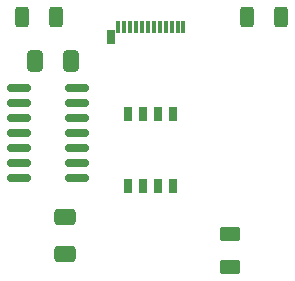
<source format=gbr>
%TF.GenerationSoftware,KiCad,Pcbnew,9.0.4*%
%TF.CreationDate,2025-10-27T13:40:48-04:00*%
%TF.ProjectId,USBC_I2C,55534243-5f49-4324-932e-6b696361645f,rev?*%
%TF.SameCoordinates,Original*%
%TF.FileFunction,Paste,Top*%
%TF.FilePolarity,Positive*%
%FSLAX46Y46*%
G04 Gerber Fmt 4.6, Leading zero omitted, Abs format (unit mm)*
G04 Created by KiCad (PCBNEW 9.0.4) date 2025-10-27 13:40:48*
%MOMM*%
%LPD*%
G01*
G04 APERTURE LIST*
G04 Aperture macros list*
%AMRoundRect*
0 Rectangle with rounded corners*
0 $1 Rounding radius*
0 $2 $3 $4 $5 $6 $7 $8 $9 X,Y pos of 4 corners*
0 Add a 4 corners polygon primitive as box body*
4,1,4,$2,$3,$4,$5,$6,$7,$8,$9,$2,$3,0*
0 Add four circle primitives for the rounded corners*
1,1,$1+$1,$2,$3*
1,1,$1+$1,$4,$5*
1,1,$1+$1,$6,$7*
1,1,$1+$1,$8,$9*
0 Add four rect primitives between the rounded corners*
20,1,$1+$1,$2,$3,$4,$5,0*
20,1,$1+$1,$4,$5,$6,$7,0*
20,1,$1+$1,$6,$7,$8,$9,0*
20,1,$1+$1,$8,$9,$2,$3,0*%
G04 Aperture macros list end*
%ADD10R,0.380000X1.000000*%
%ADD11R,0.700000X1.150000*%
%ADD12RoundRect,0.250000X-0.625000X0.375000X-0.625000X-0.375000X0.625000X-0.375000X0.625000X0.375000X0*%
%ADD13RoundRect,0.250000X0.650000X-0.412500X0.650000X0.412500X-0.650000X0.412500X-0.650000X-0.412500X0*%
%ADD14RoundRect,0.190000X-0.190000X0.435000X-0.190000X-0.435000X0.190000X-0.435000X0.190000X0.435000X0*%
%ADD15RoundRect,0.250000X-0.312500X-0.625000X0.312500X-0.625000X0.312500X0.625000X-0.312500X0.625000X0*%
%ADD16RoundRect,0.250000X0.412500X0.650000X-0.412500X0.650000X-0.412500X-0.650000X0.412500X-0.650000X0*%
%ADD17RoundRect,0.150000X-0.825000X-0.150000X0.825000X-0.150000X0.825000X0.150000X-0.825000X0.150000X0*%
%ADD18RoundRect,0.250000X0.312500X0.625000X-0.312500X0.625000X-0.312500X-0.625000X0.312500X-0.625000X0*%
G04 APERTURE END LIST*
D10*
%TO.C,USB1*%
X94060000Y-59182000D03*
X94560000Y-59182000D03*
X95060000Y-59182000D03*
X95560000Y-59182000D03*
X96060000Y-59182000D03*
X96560000Y-59182000D03*
X97060000Y-59182000D03*
X97560000Y-59182000D03*
X98060000Y-59182000D03*
X98560000Y-59182000D03*
X99060000Y-59182000D03*
X99560000Y-59182000D03*
D11*
X93390000Y-60022000D03*
%TD*%
D12*
%TO.C,F1*%
X103505000Y-76705000D03*
X103505000Y-79505000D03*
%TD*%
D13*
%TO.C,C2*%
X89535000Y-78397500D03*
X89535000Y-75272500D03*
%TD*%
D14*
%TO.C,SW1*%
X98715000Y-66521000D03*
X97445000Y-66521000D03*
X96175000Y-66521000D03*
X94905000Y-66521000D03*
X94905000Y-72671000D03*
X96175000Y-72671000D03*
X97445000Y-72671000D03*
X98715000Y-72671000D03*
%TD*%
D15*
%TO.C,R1*%
X85852000Y-58369200D03*
X88777000Y-58369200D03*
%TD*%
D16*
%TO.C,C1*%
X90081500Y-62103000D03*
X86956500Y-62103000D03*
%TD*%
D17*
%TO.C,U1*%
X85598000Y-64389000D03*
X85598000Y-65659000D03*
X85598000Y-66929000D03*
X85598000Y-68199000D03*
X85598000Y-69469000D03*
X85598000Y-70739000D03*
X85598000Y-72009000D03*
X90548000Y-72009000D03*
X90548000Y-70739000D03*
X90548000Y-69469000D03*
X90548000Y-68199000D03*
X90548000Y-66929000D03*
X90548000Y-65659000D03*
X90548000Y-64389000D03*
%TD*%
D18*
%TO.C,R2*%
X107837700Y-58369200D03*
X104912700Y-58369200D03*
%TD*%
M02*

</source>
